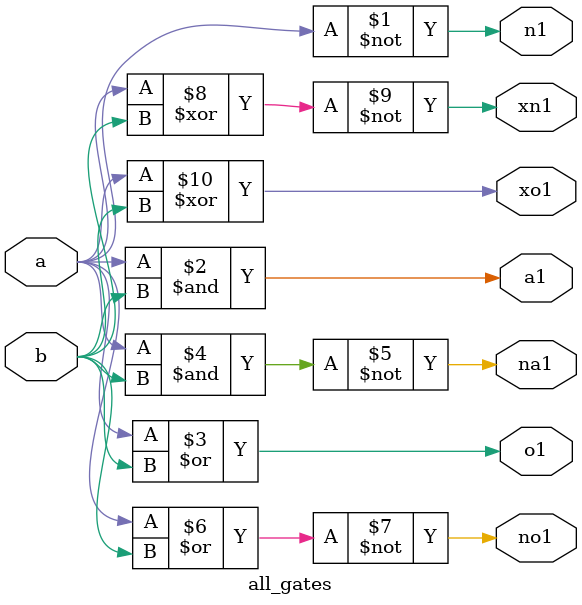
<source format=v>
`timescale 1ns / 1ps
module all_gates(a,b,n1,a1,o1,na1,no1,xn1,xo1);
input a,b;
output n1,a1,o1,na1,no1,xn1,xo1;
assign n1=~a;
assign a1=a&b;
assign o1=a|b;
assign na1=~(a&b);
assign no1=~(a|b);
assign xn1=~(a^b);
assign xo1=a^b;
endmodule

</source>
